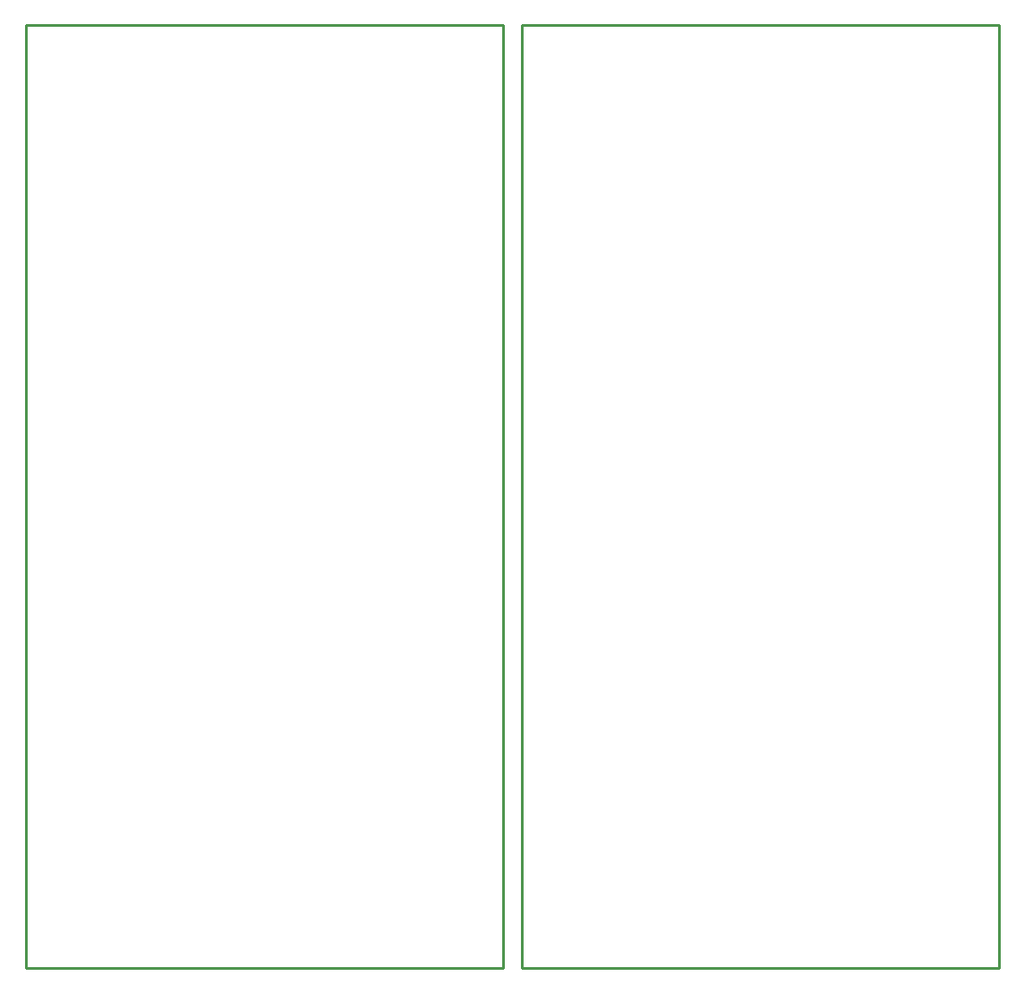
<source format=gm1>
%FSLAX44Y44*%
%MOMM*%
G71*
G01*
G75*
G04 Layer_Color=16711935*
%ADD10C,0.4000*%
%ADD11C,0.2500*%
%ADD12C,0.2000*%
%ADD13C,0.6000*%
%ADD14C,0.2540*%
%ADD15O,1.4000X0.4500*%
%ADD16O,0.4500X1.4000*%
%ADD17O,0.6000X1.9000*%
%ADD18O,0.4900X1.4400*%
%ADD19O,0.8000X2.1000*%
%ADD20C,2.2000*%
%ADD21O,1.4000X2.7000*%
%ADD22R,1.4000X2.7000*%
%ADD23C,1.4000*%
%ADD24O,1.1000X2.1000*%
%ADD25O,1.1000X2.1000*%
%ADD26R,1.7000X1.7000*%
%ADD27C,1.7000*%
%ADD28C,1.5000*%
%ADD29C,3.2000*%
%ADD30C,3.9000*%
%ADD31R,2.7000X1.4000*%
%ADD32O,2.7000X1.4000*%
%ADD33C,0.2000*%
D11*
X-0Y-0D02*
X452000Y-0D01*
X0Y894500D02*
X452000Y894500D01*
X-0Y-0D02*
X0Y894500D01*
X452000Y-0D02*
X452000Y894500D01*
X470000Y-0D02*
X922000Y-0D01*
X470000Y894500D02*
X922000Y894500D01*
X470000Y-0D02*
X470000Y894500D01*
X922000Y-0D02*
X922000Y894500D01*
M02*

</source>
